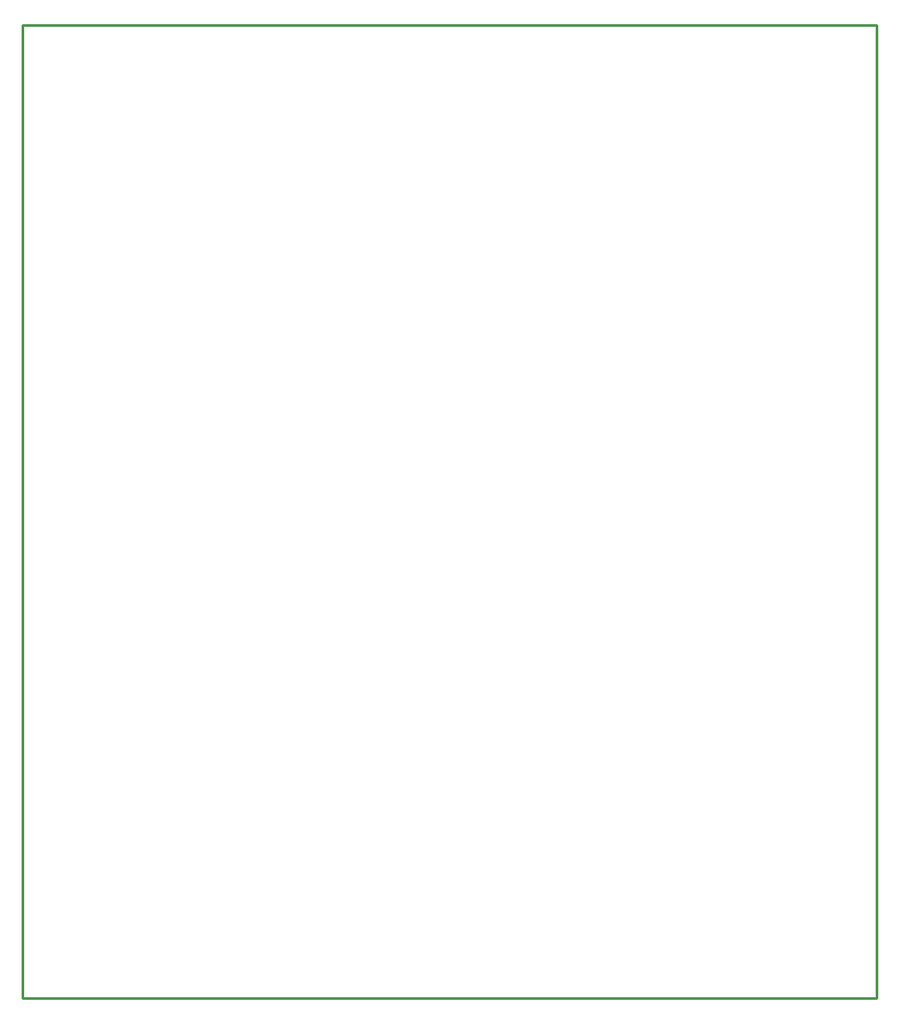
<source format=gko>
G04*
G04 #@! TF.GenerationSoftware,Altium Limited,Altium Designer,19.0.4 (130)*
G04*
G04 Layer_Color=16711935*
%FSTAX24Y24*%
%MOIN*%
G70*
G01*
G75*
%ADD56C,0.0100*%
D56*
X-00006Y03751D02*
X-00006Y-00002D01*
X-00004Y03751D02*
X0329D01*
X0329Y-00002D01*
X-00004D02*
X0329D01*
M02*

</source>
